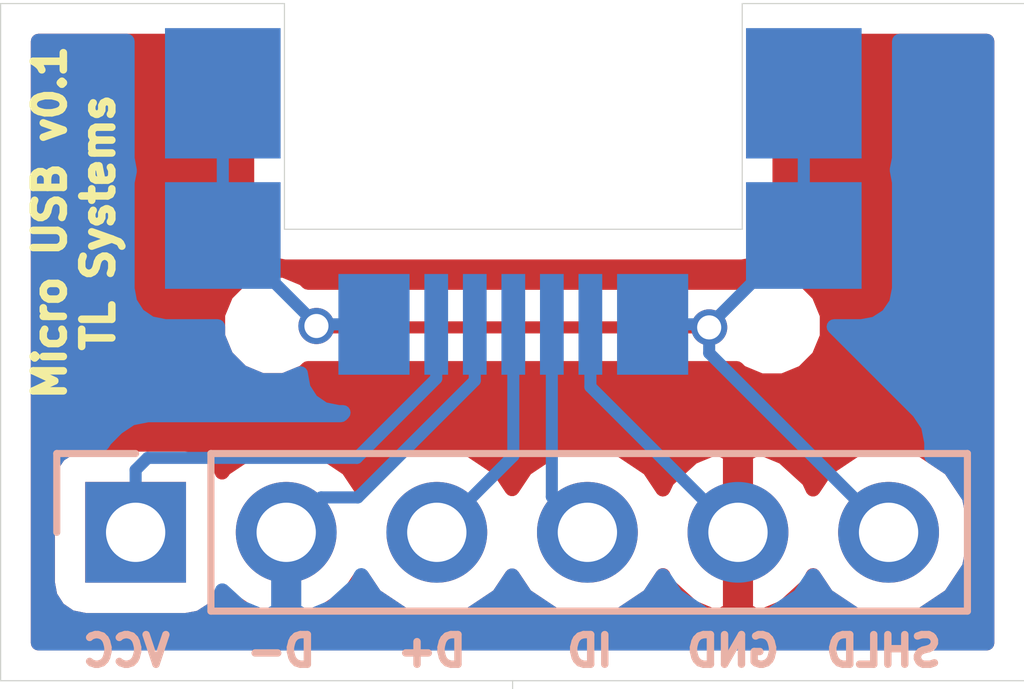
<source format=kicad_pcb>
(kicad_pcb (version 4) (host pcbnew 4.0.6)

  (general
    (links 11)
    (no_connects 0)
    (area 203.348139 139.207479 220.640141 150.807341)
    (thickness 1.6)
    (drawings 23)
    (tracks 34)
    (zones 0)
    (modules 2)
    (nets 7)
  )

  (page A3)
  (layers
    (0 F.Cu signal)
    (31 B.Cu power)
    (32 B.Adhes user hide)
    (33 F.Adhes user hide)
    (34 B.Paste user)
    (35 F.Paste user)
    (36 B.SilkS user)
    (37 F.SilkS user)
    (38 B.Mask user)
    (39 F.Mask user)
    (40 Dwgs.User user hide)
    (41 Cmts.User user hide)
    (42 Eco1.User user hide)
    (43 Eco2.User user)
    (44 Edge.Cuts user)
    (49 F.Fab user hide)
  )

  (setup
    (last_trace_width 0.2032)
    (user_trace_width 0.381)
    (user_trace_width 0.508)
    (user_trace_width 0.889)
    (trace_clearance 0.2032)
    (zone_clearance 0.5)
    (zone_45_only yes)
    (trace_min 0)
    (segment_width 0.2)
    (edge_width 0.02)
    (via_size 0.6096)
    (via_drill 0.4064)
    (via_min_size 0.02)
    (via_min_drill 0.3556)
    (user_via 0.508 0.3556)
    (uvia_size 0.3048)
    (uvia_drill 0.1016)
    (uvias_allowed no)
    (uvia_min_size 0.01)
    (uvia_min_drill 0.1016)
    (pcb_text_width 0.3)
    (pcb_text_size 1.5 1.5)
    (mod_edge_width 0.15)
    (mod_text_size 0.762 0.762)
    (mod_text_width 0.1524)
    (pad_size 1.7 1.7)
    (pad_drill 1)
    (pad_to_mask_clearance 0)
    (aux_axis_origin 0 0)
    (visible_elements 7FFEDE79)
    (pcbplotparams
      (layerselection 0x010f0_80000001)
      (usegerberextensions true)
      (excludeedgelayer false)
      (linewidth 0.150000)
      (plotframeref false)
      (viasonmask false)
      (mode 1)
      (useauxorigin false)
      (hpglpennumber 1)
      (hpglpenspeed 20)
      (hpglpendiameter 15)
      (hpglpenoverlay 2)
      (psnegative false)
      (psa4output false)
      (plotreference true)
      (plotvalue true)
      (plotinvisibletext false)
      (padsonsilk false)
      (subtractmaskfromsilk false)
      (outputformat 1)
      (mirror false)
      (drillshape 0)
      (scaleselection 1)
      (outputdirectory Gerbers/))
  )

  (net 0 "")
  (net 1 "Net-(J1-Pad1)")
  (net 2 "Net-(J1-Pad2)")
  (net 3 "Net-(J1-Pad3)")
  (net 4 "Net-(J1-Pad4)")
  (net 5 "Net-(J1-Pad5)")
  (net 6 "Net-(J1-Pad6)")

  (net_class Default "This is the default net class."
    (clearance 0.2032)
    (trace_width 0.2032)
    (via_dia 0.6096)
    (via_drill 0.4064)
    (uvia_dia 0.3048)
    (uvia_drill 0.1016)
    (add_net "Net-(J1-Pad1)")
    (add_net "Net-(J1-Pad2)")
    (add_net "Net-(J1-Pad3)")
    (add_net "Net-(J1-Pad4)")
    (add_net "Net-(J1-Pad5)")
    (add_net "Net-(J1-Pad6)")
  )

  (net_class Power ""
    (clearance 0.254)
    (trace_width 0.635)
    (via_dia 0.6096)
    (via_drill 0.4064)
    (uvia_dia 0.3048)
    (uvia_drill 0.1016)
  )

  (module BreakoutBoards:Pin_Header_Straight_1x06_Pitch2.54mm (layer B.Cu) (tedit 5A47B879) (tstamp 5A47B925)
    (at 205.63586 148.14296 270)
    (descr "Through hole straight pin header, 1x06, 2.54mm pitch, single row")
    (tags "Through hole pin header THT 1x06 2.54mm single row")
    (path /5A47CB0F)
    (fp_text reference J1 (at -2.535 0.327 540) (layer B.SilkS) hide
      (effects (font (size 1 1) (thickness 0.15)) (justify mirror))
    )
    (fp_text value CONN_01X06 (at 0 -15.03 270) (layer B.Fab)
      (effects (font (size 1 1) (thickness 0.15)) (justify mirror))
    )
    (fp_line (start -0.635 1.27) (end 1.27 1.27) (layer B.Fab) (width 0.1))
    (fp_line (start 1.27 1.27) (end 1.27 -13.97) (layer B.Fab) (width 0.1))
    (fp_line (start 1.27 -13.97) (end -1.27 -13.97) (layer B.Fab) (width 0.1))
    (fp_line (start -1.27 -13.97) (end -1.27 0.635) (layer B.Fab) (width 0.1))
    (fp_line (start -1.27 0.635) (end -0.635 1.27) (layer B.Fab) (width 0.1))
    (fp_line (start -1.33 -14.03) (end 1.33 -14.03) (layer B.SilkS) (width 0.12))
    (fp_line (start -1.33 -1.27) (end -1.33 -14.03) (layer B.SilkS) (width 0.12))
    (fp_line (start 1.33 -1.27) (end 1.33 -14.03) (layer B.SilkS) (width 0.12))
    (fp_line (start -1.33 -1.27) (end 1.33 -1.27) (layer B.SilkS) (width 0.12))
    (fp_line (start -1.33 0) (end -1.33 1.33) (layer B.SilkS) (width 0.12))
    (fp_line (start -1.33 1.33) (end 0 1.33) (layer B.SilkS) (width 0.12))
    (fp_line (start -1.8 1.8) (end -1.8 -14.5) (layer B.CrtYd) (width 0.05))
    (fp_line (start -1.8 -14.5) (end 1.8 -14.5) (layer B.CrtYd) (width 0.05))
    (fp_line (start 1.8 -14.5) (end 1.8 1.8) (layer B.CrtYd) (width 0.05))
    (fp_line (start 1.8 1.8) (end -1.8 1.8) (layer B.CrtYd) (width 0.05))
    (fp_text user %R (at 0 -6.35 540) (layer B.Fab)
      (effects (font (size 1 1) (thickness 0.15)) (justify mirror))
    )
    (pad 1 thru_hole rect (at 0 0 270) (size 1.7 1.7) (drill 1) (layers *.Cu *.Mask)
      (net 1 "Net-(J1-Pad1)"))
    (pad 2 thru_hole oval (at 0 -2.54 270) (size 1.7 1.7) (drill 1) (layers *.Cu *.Mask)
      (net 2 "Net-(J1-Pad2)"))
    (pad 3 thru_hole oval (at 0 -5.08 270) (size 1.7 1.7) (drill 1) (layers *.Cu *.Mask)
      (net 3 "Net-(J1-Pad3)"))
    (pad 4 thru_hole oval (at 0 -7.62 270) (size 1.7 1.7) (drill 1) (layers *.Cu *.Mask)
      (net 4 "Net-(J1-Pad4)"))
    (pad 5 thru_hole oval (at 0 -10.16 270) (size 1.7 1.7) (drill 1) (layers *.Cu *.Mask)
      (net 5 "Net-(J1-Pad5)"))
    (pad 6 thru_hole oval (at 0 -12.7 270) (size 1.7 1.7) (drill 1) (layers *.Cu *.Mask)
      (net 6 "Net-(J1-Pad6)"))
    (model ${KISYS3DMOD}/Pin_Headers.3dshapes/Pin_Header_Straight_1x06_Pitch2.54mm.wrl
      (at (xyz 0 0 0))
      (scale (xyz 1 1 1))
      (rotate (xyz 0 0 0))
    )
  )

  (module BreakoutBoards:JST_Micro_USB (layer B.Cu) (tedit 5A47B882) (tstamp 5A47B939)
    (at 212.00618 140.73268)
    (path /5A47CB46)
    (fp_text reference P1 (at 4.95 5.95) (layer B.SilkS) hide
      (effects (font (size 1 1) (thickness 0.15)) (justify mirror))
    )
    (fp_text value USB_MICRO_AB (at 0.15 -2.6) (layer B.Fab)
      (effects (font (size 1 1) (thickness 0.15)) (justify mirror))
    )
    (fp_line (start 3.85 -1.5) (end 6 -1.5) (layer B.Fab) (width 0.15))
    (fp_line (start 3.85 2.95) (end 3.85 -1.5) (layer B.Fab) (width 0.15))
    (fp_line (start -3.85 2.95) (end 3.85 2.95) (layer B.Fab) (width 0.15))
    (fp_line (start -3.85 -1.5) (end -3.85 2.95) (layer B.Fab) (width 0.15))
    (fp_line (start -6 -1.5) (end -3.85 -1.5) (layer B.Fab) (width 0.15))
    (pad 6 smd rect (at -4.9 0 180) (size 1.95 2.2) (layers B.Cu B.Paste B.Mask)
      (net 6 "Net-(J1-Pad6)"))
    (pad 6 smd rect (at -4.9 2.4) (size 1.95 1.8) (layers B.Cu B.Paste B.Mask)
      (net 6 "Net-(J1-Pad6)"))
    (pad 6 smd rect (at 2.35 3.9) (size 1.2 1.7) (layers B.Cu B.Paste B.Mask)
      (net 6 "Net-(J1-Pad6)"))
    (pad 6 smd rect (at 4.9 2.4 180) (size 1.95 1.8) (layers B.Cu B.Paste B.Mask)
      (net 6 "Net-(J1-Pad6)"))
    (pad 6 smd rect (at 4.9 0 180) (size 1.95 2.2) (layers B.Cu B.Paste B.Mask)
      (net 6 "Net-(J1-Pad6)"))
    (pad 6 smd rect (at -2.35 3.9) (size 1.2 1.7) (layers B.Cu B.Paste B.Mask)
      (net 6 "Net-(J1-Pad6)"))
    (pad 1 smd rect (at -1.3 3.9) (size 0.4 1.7) (layers B.Cu B.Paste B.Mask)
      (net 1 "Net-(J1-Pad1)"))
    (pad 2 smd rect (at -0.65 3.9) (size 0.4 1.7) (layers B.Cu B.Paste B.Mask)
      (net 2 "Net-(J1-Pad2)"))
    (pad 3 smd rect (at 0 3.9) (size 0.4 1.7) (layers B.Cu B.Paste B.Mask)
      (net 3 "Net-(J1-Pad3)"))
    (pad 4 smd rect (at 0.65 3.9) (size 0.4 1.7) (layers B.Cu B.Paste B.Mask)
      (net 4 "Net-(J1-Pad4)"))
    (pad 5 smd rect (at 1.3 3.9) (size 0.4 1.7) (layers B.Cu B.Paste B.Mask)
      (net 5 "Net-(J1-Pad5)"))
  )

  (gr_text "Micro USB v0.1\nTL Systems\n" (at 204.597 142.9131 90) (layer F.SilkS)
    (effects (font (size 0.508 0.508) (thickness 0.127)))
  )
  (gr_line (start 211.99414 150.64748) (end 211.99414 150.79734) (layer Edge.Cuts) (width 0.02))
  (gr_line (start 215.86764 139.21748) (end 220.63014 139.21748) (layer Edge.Cuts) (width 0.02))
  (gr_line (start 215.86764 143.02748) (end 215.86764 139.21748) (layer Edge.Cuts) (width 0.02))
  (gr_line (start 208.14604 143.02748) (end 215.86764 143.02748) (layer Edge.Cuts) (width 0.02))
  (gr_line (start 208.14604 139.21748) (end 208.14604 143.02748) (layer Edge.Cuts) (width 0.02))
  (gr_line (start 220.63014 150.64748) (end 203.35814 150.64748) (layer Edge.Cuts) (width 0.02))
  (gr_line (start 220.63014 139.21748) (end 220.63014 150.64748) (layer Edge.Cuts) (width 0.02))
  (gr_line (start 203.35814 139.21748) (end 208.14604 139.21748) (layer Edge.Cuts) (width 0.02))
  (gr_line (start 203.35814 150.64748) (end 203.35814 139.21748) (layer Edge.Cuts) (width 0.02))
  (gr_text SHLD (at 218.25204 150.14448) (layer B.SilkS) (tstamp 5A47BAAF)
    (effects (font (size 0.5 0.5) (thickness 0.125)) (justify mirror))
  )
  (gr_text GND (at 215.71204 150.14448) (layer B.SilkS) (tstamp 5A47BAAE)
    (effects (font (size 0.5 0.5) (thickness 0.125)) (justify mirror))
  )
  (gr_text ID (at 213.29904 150.14448) (layer B.SilkS) (tstamp 5A47BAAD)
    (effects (font (size 0.5 0.5) (thickness 0.125)) (justify mirror))
  )
  (gr_text D+ (at 210.63204 150.14448) (layer B.SilkS) (tstamp 5A47BAAC)
    (effects (font (size 0.5 0.5) (thickness 0.125)) (justify mirror))
  )
  (gr_text D- (at 208.09204 150.14448) (layer B.SilkS) (tstamp 5A47BAA7)
    (effects (font (size 0.5 0.5) (thickness 0.125)) (justify mirror))
  )
  (gr_text VCC (at 205.47904 150.14448) (layer B.SilkS)
    (effects (font (size 0.5 0.5) (thickness 0.125)) (justify mirror))
  )
  (gr_line (start 150.749 164.2637) (end 240.9617 164.2637) (layer Cmts.User) (width 0.2) (tstamp 56F5C5EB))
  (gr_line (start 145.3617 151.1637) (end 237.3617 151.1637) (layer Cmts.User) (width 0.2) (tstamp 56F5D523))
  (gr_line (start 240.9617 119.5637) (end 240.9617 164.211) (layer Cmts.User) (width 0.2) (tstamp 56F5D474))
  (gr_line (start 150.6617 119.7637) (end 150.6617 164.211) (layer Cmts.User) (width 0.2) (tstamp 56F5D45E))
  (gr_line (start 145.3617 119.6637) (end 145.3617 151.1637) (layer Cmts.User) (width 0.2) (tstamp 56F5C621))
  (gr_line (start 145.3617 119.6637) (end 237.3617 119.6637) (layer Cmts.User) (width 0.2))
  (gr_line (start 237.3617 119.6637) (end 237.3617 151.1637) (layer Cmts.User) (width 0.2))

  (segment (start 210.70618 144.63268) (end 210.70618 145.546955) (width 0.2032) (layer B.Cu) (net 1))
  (segment (start 210.70618 145.546955) (end 209.366584 146.886551) (width 0.2032) (layer B.Cu) (net 1))
  (segment (start 209.366584 146.886551) (end 205.839069 146.886551) (width 0.2032) (layer B.Cu) (net 1))
  (segment (start 205.839069 146.886551) (end 205.63586 147.08976) (width 0.2032) (layer B.Cu) (net 1))
  (segment (start 205.63586 147.08976) (end 205.63586 148.14296) (width 0.2032) (layer B.Cu) (net 1))
  (segment (start 211.35618 144.63268) (end 211.35618 145.581322) (width 0.2032) (layer B.Cu) (net 2))
  (segment (start 211.35618 145.581322) (end 209.383887 147.553615) (width 0.2032) (layer B.Cu) (net 2))
  (segment (start 209.383887 147.553615) (end 208.765205 147.553615) (width 0.2032) (layer B.Cu) (net 2))
  (segment (start 208.765205 147.553615) (end 208.17586 148.14296) (width 0.2032) (layer B.Cu) (net 2))
  (segment (start 212.00618 144.63268) (end 212.00618 146.85264) (width 0.2032) (layer B.Cu) (net 3))
  (segment (start 212.00618 146.85264) (end 210.71586 148.14296) (width 0.2032) (layer B.Cu) (net 3))
  (segment (start 212.65618 144.63268) (end 212.65618 147.54328) (width 0.2032) (layer B.Cu) (net 4) (status 30))
  (segment (start 212.65618 147.54328) (end 213.25586 148.14296) (width 0.2032) (layer B.Cu) (net 4) (status 30))
  (segment (start 213.30618 144.63268) (end 213.30618 145.68588) (width 0.2032) (layer B.Cu) (net 5) (status 10))
  (segment (start 213.30618 145.68588) (end 215.76326 148.14296) (width 0.2032) (layer B.Cu) (net 5) (status 20))
  (segment (start 215.76326 148.14296) (end 215.79586 148.14296) (width 0.2032) (layer B.Cu) (net 5) (status 30))
  (segment (start 209.65618 144.63268) (end 208.713238 144.63268) (width 0.2032) (layer B.Cu) (net 6) (status 10))
  (segment (start 208.685496 144.636996) (end 208.685496 144.660422) (width 0.2032) (layer B.Cu) (net 6))
  (segment (start 207.18118 143.13268) (end 208.685496 144.636996) (width 0.2032) (layer B.Cu) (net 6) (status 10))
  (segment (start 207.10618 143.13268) (end 207.18118 143.13268) (width 0.2032) (layer B.Cu) (net 6) (status 30))
  (segment (start 208.709021 144.683947) (end 208.685496 144.660422) (width 0.2032) (layer F.Cu) (net 6))
  (segment (start 208.713238 144.63268) (end 208.685496 144.660422) (width 0.2032) (layer B.Cu) (net 6))
  (segment (start 215.310064 144.683947) (end 208.709021 144.683947) (width 0.2032) (layer F.Cu) (net 6))
  (via (at 208.685496 144.660422) (size 0.6096) (drill 0.4064) (layers F.Cu B.Cu) (net 6))
  (segment (start 216.90618 143.13268) (end 216.83118 143.13268) (width 0.2032) (layer B.Cu) (net 6) (status 30))
  (segment (start 216.83118 143.13268) (end 215.310064 144.653796) (width 0.2032) (layer B.Cu) (net 6) (status 10))
  (segment (start 214.35618 144.63268) (end 215.258797 144.63268) (width 0.2032) (layer B.Cu) (net 6) (status 10))
  (segment (start 215.310064 145.117164) (end 215.310064 144.683947) (width 0.2032) (layer B.Cu) (net 6))
  (segment (start 218.33586 148.14296) (end 215.310064 145.117164) (width 0.2032) (layer B.Cu) (net 6) (status 10))
  (segment (start 215.310064 144.653796) (end 215.310064 144.683947) (width 0.2032) (layer B.Cu) (net 6))
  (segment (start 215.258797 144.63268) (end 215.310064 144.683947) (width 0.2032) (layer B.Cu) (net 6))
  (via (at 215.310064 144.683947) (size 0.6096) (drill 0.4064) (layers F.Cu B.Cu) (net 6))
  (segment (start 207.10618 143.13268) (end 207.10618 140.73268) (width 0.2032) (layer B.Cu) (net 6) (status 30))
  (segment (start 216.90618 143.13268) (end 216.90618 140.73268) (width 0.2032) (layer B.Cu) (net 6) (status 30))

  (zone (net 2) (net_name "Net-(J1-Pad2)") (layer B.Cu) (tstamp 0) (hatch edge 0.508)
    (connect_pads (clearance 0.5))
    (min_thickness 0.254)
    (fill yes (arc_segments 16) (thermal_gap 0.508) (thermal_bridge_width 0.508))
    (polygon
      (pts
        (xy 203.35814 139.21748) (xy 208.14604 139.21748) (xy 208.14604 143.02748) (xy 215.86764 143.02748) (xy 215.86764 139.21748)
        (xy 220.63014 139.21748) (xy 220.63014 150.64748) (xy 203.35814 150.64748)
      )
    )
    (filled_polygon
      (pts
        (xy 205.491897 141.83268) (xy 205.530911 142.040022) (xy 205.491897 142.23268) (xy 205.491897 144.03268) (xy 205.535617 144.265032)
        (xy 205.672937 144.478433) (xy 205.882463 144.621597) (xy 206.13118 144.671963) (xy 207.018641 144.671963) (xy 207.018499 144.835073)
        (xy 207.160058 145.177673) (xy 207.421949 145.440021) (xy 207.7643 145.582178) (xy 208.134993 145.582501) (xy 208.416897 145.466021)
        (xy 208.416897 145.48268) (xy 208.460617 145.715032) (xy 208.597937 145.928433) (xy 208.807463 146.071597) (xy 209.05618 146.121963)
        (xy 209.135143 146.121963) (xy 209.099155 146.157951) (xy 205.839069 146.157951) (xy 205.560246 146.213412) (xy 205.323871 146.371353)
        (xy 205.120662 146.574562) (xy 205.067799 146.653677) (xy 204.78586 146.653677) (xy 204.553508 146.697397) (xy 204.340107 146.834717)
        (xy 204.196943 147.044243) (xy 204.146577 147.29296) (xy 204.146577 148.99296) (xy 204.190297 149.225312) (xy 204.327617 149.438713)
        (xy 204.537143 149.581877) (xy 204.78586 149.632243) (xy 206.48586 149.632243) (xy 206.718212 149.588523) (xy 206.931613 149.451203)
        (xy 207.074777 149.241677) (xy 207.097275 149.130578) (xy 207.408936 149.414605) (xy 207.81897 149.584436) (xy 208.04886 149.463115)
        (xy 208.04886 148.26996) (xy 208.02886 148.26996) (xy 208.02886 148.01596) (xy 208.04886 148.01596) (xy 208.04886 147.99596)
        (xy 208.30286 147.99596) (xy 208.30286 148.01596) (xy 208.32286 148.01596) (xy 208.32286 148.26996) (xy 208.30286 148.26996)
        (xy 208.30286 149.463115) (xy 208.53275 149.584436) (xy 208.942784 149.414605) (xy 209.371043 149.024318) (xy 209.442096 148.873021)
        (xy 209.671463 149.216293) (xy 210.150637 149.536466) (xy 210.71586 149.648896) (xy 211.281083 149.536466) (xy 211.760257 149.216293)
        (xy 211.98586 148.878653) (xy 212.211463 149.216293) (xy 212.690637 149.536466) (xy 213.25586 149.648896) (xy 213.821083 149.536466)
        (xy 214.300257 149.216293) (xy 214.52586 148.878653) (xy 214.751463 149.216293) (xy 215.230637 149.536466) (xy 215.79586 149.648896)
        (xy 216.361083 149.536466) (xy 216.840257 149.216293) (xy 217.06586 148.878653) (xy 217.291463 149.216293) (xy 217.770637 149.536466)
        (xy 218.33586 149.648896) (xy 218.901083 149.536466) (xy 219.380257 149.216293) (xy 219.70043 148.737119) (xy 219.81286 148.171896)
        (xy 219.81286 148.114024) (xy 219.70043 147.548801) (xy 219.380257 147.069627) (xy 219.06446 146.858619) (xy 219.06446 146.62092)
        (xy 219.008999 146.342097) (xy 218.851058 146.105722) (xy 217.417299 144.671963) (xy 217.88118 144.671963) (xy 218.113532 144.628243)
        (xy 218.326933 144.490923) (xy 218.470097 144.281397) (xy 218.520463 144.03268) (xy 218.520463 142.23268) (xy 218.481449 142.025338)
        (xy 218.520463 141.83268) (xy 218.520463 139.85448) (xy 219.99314 139.85448) (xy 219.99314 150.01048) (xy 203.99514 150.01048)
        (xy 203.99514 139.85448) (xy 205.491897 139.85448)
      )
    )
  )
  (zone (net 5) (net_name "Net-(J1-Pad5)") (layer F.Cu) (tstamp 0) (hatch edge 0.508)
    (connect_pads (clearance 0.5))
    (min_thickness 0.254)
    (fill yes (arc_segments 16) (thermal_gap 0.508) (thermal_bridge_width 0.508))
    (polygon
      (pts
        (xy 203.35814 139.21748) (xy 208.14604 139.21748) (xy 208.14604 143.02748) (xy 215.86764 143.02748) (xy 215.86764 139.21748)
        (xy 220.63014 139.21748) (xy 220.63014 150.64748) (xy 203.35814 150.64748)
      )
    )
    (filled_polygon
      (pts
        (xy 207.50904 143.02748) (xy 207.557529 143.271249) (xy 207.695613 143.477907) (xy 207.902271 143.615991) (xy 208.14604 143.66448)
        (xy 215.86764 143.66448) (xy 216.111409 143.615991) (xy 216.318067 143.477907) (xy 216.456151 143.271249) (xy 216.50464 143.02748)
        (xy 216.50464 139.85448) (xy 219.99314 139.85448) (xy 219.99314 150.01048) (xy 203.99514 150.01048) (xy 203.99514 147.29296)
        (xy 204.146577 147.29296) (xy 204.146577 148.99296) (xy 204.190297 149.225312) (xy 204.327617 149.438713) (xy 204.537143 149.581877)
        (xy 204.78586 149.632243) (xy 206.48586 149.632243) (xy 206.718212 149.588523) (xy 206.931613 149.451203) (xy 207.074777 149.241677)
        (xy 207.091906 149.157091) (xy 207.131463 149.216293) (xy 207.610637 149.536466) (xy 208.17586 149.648896) (xy 208.741083 149.536466)
        (xy 209.220257 149.216293) (xy 209.44586 148.878653) (xy 209.671463 149.216293) (xy 210.150637 149.536466) (xy 210.71586 149.648896)
        (xy 211.281083 149.536466) (xy 211.760257 149.216293) (xy 211.98586 148.878653) (xy 212.211463 149.216293) (xy 212.690637 149.536466)
        (xy 213.25586 149.648896) (xy 213.821083 149.536466) (xy 214.300257 149.216293) (xy 214.529624 148.873021) (xy 214.600677 149.024318)
        (xy 215.028936 149.414605) (xy 215.43897 149.584436) (xy 215.66886 149.463115) (xy 215.66886 148.26996) (xy 215.64886 148.26996)
        (xy 215.64886 148.01596) (xy 215.66886 148.01596) (xy 215.66886 146.822805) (xy 215.92286 146.822805) (xy 215.92286 148.01596)
        (xy 215.94286 148.01596) (xy 215.94286 148.26996) (xy 215.92286 148.26996) (xy 215.92286 149.463115) (xy 216.15275 149.584436)
        (xy 216.562784 149.414605) (xy 216.991043 149.024318) (xy 217.062096 148.873021) (xy 217.291463 149.216293) (xy 217.770637 149.536466)
        (xy 218.33586 149.648896) (xy 218.901083 149.536466) (xy 219.380257 149.216293) (xy 219.70043 148.737119) (xy 219.81286 148.171896)
        (xy 219.81286 148.114024) (xy 219.70043 147.548801) (xy 219.380257 147.069627) (xy 218.901083 146.749454) (xy 218.33586 146.637024)
        (xy 217.770637 146.749454) (xy 217.291463 147.069627) (xy 217.062096 147.412899) (xy 216.991043 147.261602) (xy 216.562784 146.871315)
        (xy 216.15275 146.701484) (xy 215.92286 146.822805) (xy 215.66886 146.822805) (xy 215.43897 146.701484) (xy 215.028936 146.871315)
        (xy 214.600677 147.261602) (xy 214.529624 147.412899) (xy 214.300257 147.069627) (xy 213.821083 146.749454) (xy 213.25586 146.637024)
        (xy 212.690637 146.749454) (xy 212.211463 147.069627) (xy 211.98586 147.407267) (xy 211.760257 147.069627) (xy 211.281083 146.749454)
        (xy 210.71586 146.637024) (xy 210.150637 146.749454) (xy 209.671463 147.069627) (xy 209.44586 147.407267) (xy 209.220257 147.069627)
        (xy 208.741083 146.749454) (xy 208.17586 146.637024) (xy 207.610637 146.749454) (xy 207.131463 147.069627) (xy 207.093742 147.12608)
        (xy 207.081423 147.060608) (xy 206.944103 146.847207) (xy 206.734577 146.704043) (xy 206.48586 146.653677) (xy 204.78586 146.653677)
        (xy 204.553508 146.697397) (xy 204.340107 146.834717) (xy 204.196943 147.044243) (xy 204.146577 147.29296) (xy 203.99514 147.29296)
        (xy 203.99514 144.835073) (xy 207.018499 144.835073) (xy 207.160058 145.177673) (xy 207.421949 145.440021) (xy 207.7643 145.582178)
        (xy 208.134993 145.582501) (xy 208.477593 145.440942) (xy 208.539503 145.37914) (xy 215.776203 145.37914) (xy 215.842049 145.445101)
        (xy 216.1844 145.587258) (xy 216.555093 145.587581) (xy 216.897693 145.446022) (xy 217.160041 145.184131) (xy 217.302198 144.84178)
        (xy 217.302521 144.471087) (xy 217.160962 144.128487) (xy 216.899071 143.866139) (xy 216.55672 143.723982) (xy 216.186027 143.723659)
        (xy 215.843427 143.865218) (xy 215.786606 143.92194) (xy 208.539746 143.92194) (xy 208.478971 143.861059) (xy 208.13662 143.718902)
        (xy 207.765927 143.718579) (xy 207.423327 143.860138) (xy 207.160979 144.122029) (xy 207.018822 144.46438) (xy 207.018499 144.835073)
        (xy 203.99514 144.835073) (xy 203.99514 139.85448) (xy 207.50904 139.85448)
      )
    )
  )
)

</source>
